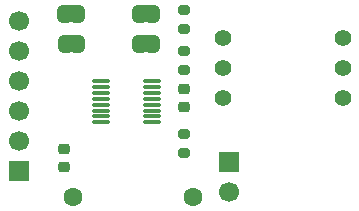
<source format=gbr>
%TF.GenerationSoftware,KiCad,Pcbnew,9.0.5*%
%TF.CreationDate,2025-11-27T21:34:18+09:00*%
%TF.ProjectId,ltc6820,6c746336-3832-4302-9e6b-696361645f70,rev?*%
%TF.SameCoordinates,Original*%
%TF.FileFunction,Soldermask,Top*%
%TF.FilePolarity,Negative*%
%FSLAX46Y46*%
G04 Gerber Fmt 4.6, Leading zero omitted, Abs format (unit mm)*
G04 Created by KiCad (PCBNEW 9.0.5) date 2025-11-27 21:34:18*
%MOMM*%
%LPD*%
G01*
G04 APERTURE LIST*
G04 Aperture macros list*
%AMRoundRect*
0 Rectangle with rounded corners*
0 $1 Rounding radius*
0 $2 $3 $4 $5 $6 $7 $8 $9 X,Y pos of 4 corners*
0 Add a 4 corners polygon primitive as box body*
4,1,4,$2,$3,$4,$5,$6,$7,$8,$9,$2,$3,0*
0 Add four circle primitives for the rounded corners*
1,1,$1+$1,$2,$3*
1,1,$1+$1,$4,$5*
1,1,$1+$1,$6,$7*
1,1,$1+$1,$8,$9*
0 Add four rect primitives between the rounded corners*
20,1,$1+$1,$2,$3,$4,$5,0*
20,1,$1+$1,$4,$5,$6,$7,0*
20,1,$1+$1,$6,$7,$8,$9,0*
20,1,$1+$1,$8,$9,$2,$3,0*%
%AMFreePoly0*
4,1,23,0.500000,-0.750000,0.000000,-0.750000,0.000000,-0.745722,-0.065263,-0.745722,-0.191342,-0.711940,-0.304381,-0.646677,-0.396677,-0.554381,-0.461940,-0.441342,-0.495722,-0.315263,-0.495722,-0.250000,-0.500000,-0.250000,-0.500000,0.250000,-0.495722,0.250000,-0.495722,0.315263,-0.461940,0.441342,-0.396677,0.554381,-0.304381,0.646677,-0.191342,0.711940,-0.065263,0.745722,0.000000,0.745722,
0.000000,0.750000,0.500000,0.750000,0.500000,-0.750000,0.500000,-0.750000,$1*%
%AMFreePoly1*
4,1,23,0.000000,0.745722,0.065263,0.745722,0.191342,0.711940,0.304381,0.646677,0.396677,0.554381,0.461940,0.441342,0.495722,0.315263,0.495722,0.250000,0.500000,0.250000,0.500000,-0.250000,0.495722,-0.250000,0.495722,-0.315263,0.461940,-0.441342,0.396677,-0.554381,0.304381,-0.646677,0.191342,-0.711940,0.065263,-0.745722,0.000000,-0.745722,0.000000,-0.750000,-0.500000,-0.750000,
-0.500000,0.750000,0.000000,0.750000,0.000000,0.745722,0.000000,0.745722,$1*%
G04 Aperture macros list end*
%ADD10C,1.404000*%
%ADD11RoundRect,0.200000X-0.275000X0.200000X-0.275000X-0.200000X0.275000X-0.200000X0.275000X0.200000X0*%
%ADD12FreePoly0,0.000000*%
%ADD13FreePoly1,0.000000*%
%ADD14FreePoly0,180.000000*%
%ADD15FreePoly1,180.000000*%
%ADD16RoundRect,0.225000X-0.250000X0.225000X-0.250000X-0.225000X0.250000X-0.225000X0.250000X0.225000X0*%
%ADD17RoundRect,0.225000X0.250000X-0.225000X0.250000X0.225000X-0.250000X0.225000X-0.250000X-0.225000X0*%
%ADD18C,1.600000*%
%ADD19R,1.700000X1.700000*%
%ADD20C,1.700000*%
%ADD21RoundRect,0.075000X-0.650000X-0.075000X0.650000X-0.075000X0.650000X0.075000X-0.650000X0.075000X0*%
G04 APERTURE END LIST*
%TO.C,JP1*%
G36*
X80510000Y-59575000D02*
G01*
X80810000Y-59575000D01*
X80810000Y-61075000D01*
X80510000Y-61075000D01*
X80510000Y-59575000D01*
G37*
%TO.C,JP4*%
G36*
X87130000Y-61075000D02*
G01*
X86830000Y-61075000D01*
X86830000Y-59575000D01*
X87130000Y-59575000D01*
X87130000Y-61075000D01*
G37*
%TO.C,JP3*%
G36*
X86830000Y-57035000D02*
G01*
X87130000Y-57035000D01*
X87130000Y-58535000D01*
X86830000Y-58535000D01*
X86830000Y-57035000D01*
G37*
%TO.C,JP2*%
G36*
X80480000Y-57035000D02*
G01*
X80780000Y-57035000D01*
X80780000Y-58535000D01*
X80480000Y-58535000D01*
X80480000Y-57035000D01*
G37*
%TD*%
D10*
%TO.C,T1*%
X93472000Y-59852600D03*
X93472000Y-62392600D03*
X93472000Y-64932600D03*
X103632000Y-64932600D03*
X103632000Y-62392600D03*
X103632000Y-59852600D03*
%TD*%
D11*
%TO.C,R1*%
X90170000Y-67945000D03*
X90170000Y-69595000D03*
%TD*%
D12*
%TO.C,JP1*%
X80010000Y-60325000D03*
D13*
X81310000Y-60325000D03*
%TD*%
D14*
%TO.C,JP4*%
X87630000Y-60325000D03*
D15*
X86330000Y-60325000D03*
%TD*%
D11*
%TO.C,R2*%
X90170000Y-57480000D03*
X90170000Y-59130000D03*
%TD*%
D16*
%TO.C,C2*%
X80010000Y-69215000D03*
X80010000Y-70765000D03*
%TD*%
D12*
%TO.C,JP3*%
X86330000Y-57785000D03*
D13*
X87630000Y-57785000D03*
%TD*%
D11*
%TO.C,R3*%
X90170000Y-60960000D03*
X90170000Y-62610000D03*
%TD*%
D17*
%TO.C,C1*%
X90170000Y-65685000D03*
X90170000Y-64135000D03*
%TD*%
D12*
%TO.C,JP2*%
X79980000Y-57785000D03*
D13*
X81280000Y-57785000D03*
%TD*%
D18*
%TO.C,R4*%
X90932000Y-73279000D03*
X80772000Y-73279000D03*
%TD*%
D19*
%TO.C,J1*%
X76200000Y-71120000D03*
D20*
X76200000Y-68580000D03*
X76200000Y-66040000D03*
X76200000Y-63500000D03*
X76200000Y-60960000D03*
X76200000Y-58420000D03*
%TD*%
D19*
%TO.C,J2*%
X94040000Y-70340000D03*
D20*
X94040000Y-72880000D03*
%TD*%
D21*
%TO.C,U1*%
X83185000Y-63500000D03*
X83185000Y-64000000D03*
X83185000Y-64500000D03*
X83185000Y-65000000D03*
X83185000Y-65500000D03*
X83185000Y-66000000D03*
X83185000Y-66500000D03*
X83185000Y-67000000D03*
X87485000Y-67000000D03*
X87485000Y-66500000D03*
X87485000Y-66000000D03*
X87485000Y-65500000D03*
X87485000Y-65000000D03*
X87485000Y-64500000D03*
X87485000Y-64000000D03*
X87485000Y-63500000D03*
%TD*%
M02*

</source>
